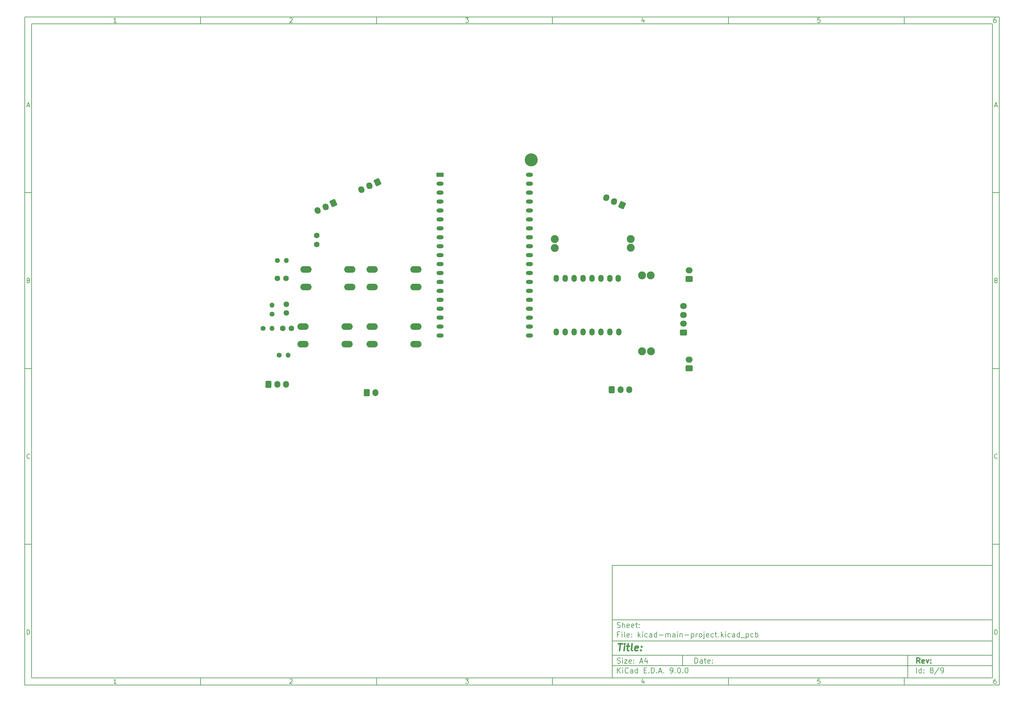
<source format=gbr>
%TF.GenerationSoftware,KiCad,Pcbnew,9.0.0*%
%TF.CreationDate,2025-05-10T22:05:33+07:00*%
%TF.ProjectId,kicad-main-project,6b696361-642d-46d6-9169-6e2d70726f6a,rev?*%
%TF.SameCoordinates,Original*%
%TF.FileFunction,Soldermask,Bot*%
%TF.FilePolarity,Negative*%
%FSLAX46Y46*%
G04 Gerber Fmt 4.6, Leading zero omitted, Abs format (unit mm)*
G04 Created by KiCad (PCBNEW 9.0.0) date 2025-05-10 22:05:33*
%MOMM*%
%LPD*%
G01*
G04 APERTURE LIST*
G04 Aperture macros list*
%AMRoundRect*
0 Rectangle with rounded corners*
0 $1 Rounding radius*
0 $2 $3 $4 $5 $6 $7 $8 $9 X,Y pos of 4 corners*
0 Add a 4 corners polygon primitive as box body*
4,1,4,$2,$3,$4,$5,$6,$7,$8,$9,$2,$3,0*
0 Add four circle primitives for the rounded corners*
1,1,$1+$1,$2,$3*
1,1,$1+$1,$4,$5*
1,1,$1+$1,$6,$7*
1,1,$1+$1,$8,$9*
0 Add four rect primitives between the rounded corners*
20,1,$1+$1,$2,$3,$4,$5,0*
20,1,$1+$1,$4,$5,$6,$7,0*
20,1,$1+$1,$6,$7,$8,$9,0*
20,1,$1+$1,$8,$9,$2,$3,0*%
%AMHorizOval*
0 Thick line with rounded ends*
0 $1 width*
0 $2 $3 position (X,Y) of the first rounded end (center of the circle)*
0 $4 $5 position (X,Y) of the second rounded end (center of the circle)*
0 Add line between two ends*
20,1,$1,$2,$3,$4,$5,0*
0 Add two circle primitives to create the rounded ends*
1,1,$1,$2,$3*
1,1,$1,$4,$5*%
G04 Aperture macros list end*
%ADD10C,0.100000*%
%ADD11C,0.150000*%
%ADD12C,0.300000*%
%ADD13C,0.400000*%
%ADD14RoundRect,0.250000X0.750000X-0.600000X0.750000X0.600000X-0.750000X0.600000X-0.750000X-0.600000X0*%
%ADD15O,2.000000X1.700000*%
%ADD16O,1.950000X1.700000*%
%ADD17RoundRect,0.250000X0.725000X-0.600000X0.725000X0.600000X-0.725000X0.600000X-0.725000X-0.600000X0*%
%ADD18C,3.700000*%
%ADD19O,3.200000X1.900000*%
%ADD20O,1.500000X2.000000*%
%ADD21C,1.600000*%
%ADD22RoundRect,0.250000X-0.600000X-0.725000X0.600000X-0.725000X0.600000X0.725000X-0.600000X0.725000X0*%
%ADD23O,1.700000X1.950000*%
%ADD24C,1.400000*%
%ADD25O,1.400000X1.400000*%
%ADD26C,2.250000*%
%ADD27RoundRect,0.250000X0.237386X0.910644X-0.850183X0.403502X-0.237386X-0.910644X0.850183X-0.403502X0*%
%ADD28HorizOval,1.700000X-0.052827X0.113288X0.052827X-0.113288X0*%
%ADD29RoundRect,0.250000X-0.600000X-0.750000X0.600000X-0.750000X0.600000X0.750000X-0.600000X0.750000X0*%
%ADD30O,1.700000X2.000000*%
%ADD31R,2.000000X1.200000*%
%ADD32O,2.000000X1.200000*%
%ADD33RoundRect,0.250000X0.850183X0.403502X-0.237386X0.910644X-0.850183X-0.403502X0.237386X-0.910644X0*%
%ADD34HorizOval,1.700000X0.052827X0.113288X-0.052827X-0.113288X0*%
G04 APERTURE END LIST*
D10*
D11*
X177002200Y-166007200D02*
X285002200Y-166007200D01*
X285002200Y-198007200D01*
X177002200Y-198007200D01*
X177002200Y-166007200D01*
D10*
D11*
X10000000Y-10000000D02*
X287002200Y-10000000D01*
X287002200Y-200007200D01*
X10000000Y-200007200D01*
X10000000Y-10000000D01*
D10*
D11*
X12000000Y-12000000D02*
X285002200Y-12000000D01*
X285002200Y-198007200D01*
X12000000Y-198007200D01*
X12000000Y-12000000D01*
D10*
D11*
X60000000Y-12000000D02*
X60000000Y-10000000D01*
D10*
D11*
X110000000Y-12000000D02*
X110000000Y-10000000D01*
D10*
D11*
X160000000Y-12000000D02*
X160000000Y-10000000D01*
D10*
D11*
X210000000Y-12000000D02*
X210000000Y-10000000D01*
D10*
D11*
X260000000Y-12000000D02*
X260000000Y-10000000D01*
D10*
D11*
X36089160Y-11593604D02*
X35346303Y-11593604D01*
X35717731Y-11593604D02*
X35717731Y-10293604D01*
X35717731Y-10293604D02*
X35593922Y-10479319D01*
X35593922Y-10479319D02*
X35470112Y-10603128D01*
X35470112Y-10603128D02*
X35346303Y-10665033D01*
D10*
D11*
X85346303Y-10417414D02*
X85408207Y-10355509D01*
X85408207Y-10355509D02*
X85532017Y-10293604D01*
X85532017Y-10293604D02*
X85841541Y-10293604D01*
X85841541Y-10293604D02*
X85965350Y-10355509D01*
X85965350Y-10355509D02*
X86027255Y-10417414D01*
X86027255Y-10417414D02*
X86089160Y-10541223D01*
X86089160Y-10541223D02*
X86089160Y-10665033D01*
X86089160Y-10665033D02*
X86027255Y-10850747D01*
X86027255Y-10850747D02*
X85284398Y-11593604D01*
X85284398Y-11593604D02*
X86089160Y-11593604D01*
D10*
D11*
X135284398Y-10293604D02*
X136089160Y-10293604D01*
X136089160Y-10293604D02*
X135655826Y-10788842D01*
X135655826Y-10788842D02*
X135841541Y-10788842D01*
X135841541Y-10788842D02*
X135965350Y-10850747D01*
X135965350Y-10850747D02*
X136027255Y-10912652D01*
X136027255Y-10912652D02*
X136089160Y-11036461D01*
X136089160Y-11036461D02*
X136089160Y-11345985D01*
X136089160Y-11345985D02*
X136027255Y-11469795D01*
X136027255Y-11469795D02*
X135965350Y-11531700D01*
X135965350Y-11531700D02*
X135841541Y-11593604D01*
X135841541Y-11593604D02*
X135470112Y-11593604D01*
X135470112Y-11593604D02*
X135346303Y-11531700D01*
X135346303Y-11531700D02*
X135284398Y-11469795D01*
D10*
D11*
X185965350Y-10726938D02*
X185965350Y-11593604D01*
X185655826Y-10231700D02*
X185346303Y-11160271D01*
X185346303Y-11160271D02*
X186151064Y-11160271D01*
D10*
D11*
X236027255Y-10293604D02*
X235408207Y-10293604D01*
X235408207Y-10293604D02*
X235346303Y-10912652D01*
X235346303Y-10912652D02*
X235408207Y-10850747D01*
X235408207Y-10850747D02*
X235532017Y-10788842D01*
X235532017Y-10788842D02*
X235841541Y-10788842D01*
X235841541Y-10788842D02*
X235965350Y-10850747D01*
X235965350Y-10850747D02*
X236027255Y-10912652D01*
X236027255Y-10912652D02*
X236089160Y-11036461D01*
X236089160Y-11036461D02*
X236089160Y-11345985D01*
X236089160Y-11345985D02*
X236027255Y-11469795D01*
X236027255Y-11469795D02*
X235965350Y-11531700D01*
X235965350Y-11531700D02*
X235841541Y-11593604D01*
X235841541Y-11593604D02*
X235532017Y-11593604D01*
X235532017Y-11593604D02*
X235408207Y-11531700D01*
X235408207Y-11531700D02*
X235346303Y-11469795D01*
D10*
D11*
X285965350Y-10293604D02*
X285717731Y-10293604D01*
X285717731Y-10293604D02*
X285593922Y-10355509D01*
X285593922Y-10355509D02*
X285532017Y-10417414D01*
X285532017Y-10417414D02*
X285408207Y-10603128D01*
X285408207Y-10603128D02*
X285346303Y-10850747D01*
X285346303Y-10850747D02*
X285346303Y-11345985D01*
X285346303Y-11345985D02*
X285408207Y-11469795D01*
X285408207Y-11469795D02*
X285470112Y-11531700D01*
X285470112Y-11531700D02*
X285593922Y-11593604D01*
X285593922Y-11593604D02*
X285841541Y-11593604D01*
X285841541Y-11593604D02*
X285965350Y-11531700D01*
X285965350Y-11531700D02*
X286027255Y-11469795D01*
X286027255Y-11469795D02*
X286089160Y-11345985D01*
X286089160Y-11345985D02*
X286089160Y-11036461D01*
X286089160Y-11036461D02*
X286027255Y-10912652D01*
X286027255Y-10912652D02*
X285965350Y-10850747D01*
X285965350Y-10850747D02*
X285841541Y-10788842D01*
X285841541Y-10788842D02*
X285593922Y-10788842D01*
X285593922Y-10788842D02*
X285470112Y-10850747D01*
X285470112Y-10850747D02*
X285408207Y-10912652D01*
X285408207Y-10912652D02*
X285346303Y-11036461D01*
D10*
D11*
X60000000Y-198007200D02*
X60000000Y-200007200D01*
D10*
D11*
X110000000Y-198007200D02*
X110000000Y-200007200D01*
D10*
D11*
X160000000Y-198007200D02*
X160000000Y-200007200D01*
D10*
D11*
X210000000Y-198007200D02*
X210000000Y-200007200D01*
D10*
D11*
X260000000Y-198007200D02*
X260000000Y-200007200D01*
D10*
D11*
X36089160Y-199600804D02*
X35346303Y-199600804D01*
X35717731Y-199600804D02*
X35717731Y-198300804D01*
X35717731Y-198300804D02*
X35593922Y-198486519D01*
X35593922Y-198486519D02*
X35470112Y-198610328D01*
X35470112Y-198610328D02*
X35346303Y-198672233D01*
D10*
D11*
X85346303Y-198424614D02*
X85408207Y-198362709D01*
X85408207Y-198362709D02*
X85532017Y-198300804D01*
X85532017Y-198300804D02*
X85841541Y-198300804D01*
X85841541Y-198300804D02*
X85965350Y-198362709D01*
X85965350Y-198362709D02*
X86027255Y-198424614D01*
X86027255Y-198424614D02*
X86089160Y-198548423D01*
X86089160Y-198548423D02*
X86089160Y-198672233D01*
X86089160Y-198672233D02*
X86027255Y-198857947D01*
X86027255Y-198857947D02*
X85284398Y-199600804D01*
X85284398Y-199600804D02*
X86089160Y-199600804D01*
D10*
D11*
X135284398Y-198300804D02*
X136089160Y-198300804D01*
X136089160Y-198300804D02*
X135655826Y-198796042D01*
X135655826Y-198796042D02*
X135841541Y-198796042D01*
X135841541Y-198796042D02*
X135965350Y-198857947D01*
X135965350Y-198857947D02*
X136027255Y-198919852D01*
X136027255Y-198919852D02*
X136089160Y-199043661D01*
X136089160Y-199043661D02*
X136089160Y-199353185D01*
X136089160Y-199353185D02*
X136027255Y-199476995D01*
X136027255Y-199476995D02*
X135965350Y-199538900D01*
X135965350Y-199538900D02*
X135841541Y-199600804D01*
X135841541Y-199600804D02*
X135470112Y-199600804D01*
X135470112Y-199600804D02*
X135346303Y-199538900D01*
X135346303Y-199538900D02*
X135284398Y-199476995D01*
D10*
D11*
X185965350Y-198734138D02*
X185965350Y-199600804D01*
X185655826Y-198238900D02*
X185346303Y-199167471D01*
X185346303Y-199167471D02*
X186151064Y-199167471D01*
D10*
D11*
X236027255Y-198300804D02*
X235408207Y-198300804D01*
X235408207Y-198300804D02*
X235346303Y-198919852D01*
X235346303Y-198919852D02*
X235408207Y-198857947D01*
X235408207Y-198857947D02*
X235532017Y-198796042D01*
X235532017Y-198796042D02*
X235841541Y-198796042D01*
X235841541Y-198796042D02*
X235965350Y-198857947D01*
X235965350Y-198857947D02*
X236027255Y-198919852D01*
X236027255Y-198919852D02*
X236089160Y-199043661D01*
X236089160Y-199043661D02*
X236089160Y-199353185D01*
X236089160Y-199353185D02*
X236027255Y-199476995D01*
X236027255Y-199476995D02*
X235965350Y-199538900D01*
X235965350Y-199538900D02*
X235841541Y-199600804D01*
X235841541Y-199600804D02*
X235532017Y-199600804D01*
X235532017Y-199600804D02*
X235408207Y-199538900D01*
X235408207Y-199538900D02*
X235346303Y-199476995D01*
D10*
D11*
X285965350Y-198300804D02*
X285717731Y-198300804D01*
X285717731Y-198300804D02*
X285593922Y-198362709D01*
X285593922Y-198362709D02*
X285532017Y-198424614D01*
X285532017Y-198424614D02*
X285408207Y-198610328D01*
X285408207Y-198610328D02*
X285346303Y-198857947D01*
X285346303Y-198857947D02*
X285346303Y-199353185D01*
X285346303Y-199353185D02*
X285408207Y-199476995D01*
X285408207Y-199476995D02*
X285470112Y-199538900D01*
X285470112Y-199538900D02*
X285593922Y-199600804D01*
X285593922Y-199600804D02*
X285841541Y-199600804D01*
X285841541Y-199600804D02*
X285965350Y-199538900D01*
X285965350Y-199538900D02*
X286027255Y-199476995D01*
X286027255Y-199476995D02*
X286089160Y-199353185D01*
X286089160Y-199353185D02*
X286089160Y-199043661D01*
X286089160Y-199043661D02*
X286027255Y-198919852D01*
X286027255Y-198919852D02*
X285965350Y-198857947D01*
X285965350Y-198857947D02*
X285841541Y-198796042D01*
X285841541Y-198796042D02*
X285593922Y-198796042D01*
X285593922Y-198796042D02*
X285470112Y-198857947D01*
X285470112Y-198857947D02*
X285408207Y-198919852D01*
X285408207Y-198919852D02*
X285346303Y-199043661D01*
D10*
D11*
X10000000Y-60000000D02*
X12000000Y-60000000D01*
D10*
D11*
X10000000Y-110000000D02*
X12000000Y-110000000D01*
D10*
D11*
X10000000Y-160000000D02*
X12000000Y-160000000D01*
D10*
D11*
X10690476Y-35222176D02*
X11309523Y-35222176D01*
X10566666Y-35593604D02*
X10999999Y-34293604D01*
X10999999Y-34293604D02*
X11433333Y-35593604D01*
D10*
D11*
X11092857Y-84912652D02*
X11278571Y-84974557D01*
X11278571Y-84974557D02*
X11340476Y-85036461D01*
X11340476Y-85036461D02*
X11402380Y-85160271D01*
X11402380Y-85160271D02*
X11402380Y-85345985D01*
X11402380Y-85345985D02*
X11340476Y-85469795D01*
X11340476Y-85469795D02*
X11278571Y-85531700D01*
X11278571Y-85531700D02*
X11154761Y-85593604D01*
X11154761Y-85593604D02*
X10659523Y-85593604D01*
X10659523Y-85593604D02*
X10659523Y-84293604D01*
X10659523Y-84293604D02*
X11092857Y-84293604D01*
X11092857Y-84293604D02*
X11216666Y-84355509D01*
X11216666Y-84355509D02*
X11278571Y-84417414D01*
X11278571Y-84417414D02*
X11340476Y-84541223D01*
X11340476Y-84541223D02*
X11340476Y-84665033D01*
X11340476Y-84665033D02*
X11278571Y-84788842D01*
X11278571Y-84788842D02*
X11216666Y-84850747D01*
X11216666Y-84850747D02*
X11092857Y-84912652D01*
X11092857Y-84912652D02*
X10659523Y-84912652D01*
D10*
D11*
X11402380Y-135469795D02*
X11340476Y-135531700D01*
X11340476Y-135531700D02*
X11154761Y-135593604D01*
X11154761Y-135593604D02*
X11030952Y-135593604D01*
X11030952Y-135593604D02*
X10845238Y-135531700D01*
X10845238Y-135531700D02*
X10721428Y-135407890D01*
X10721428Y-135407890D02*
X10659523Y-135284080D01*
X10659523Y-135284080D02*
X10597619Y-135036461D01*
X10597619Y-135036461D02*
X10597619Y-134850747D01*
X10597619Y-134850747D02*
X10659523Y-134603128D01*
X10659523Y-134603128D02*
X10721428Y-134479319D01*
X10721428Y-134479319D02*
X10845238Y-134355509D01*
X10845238Y-134355509D02*
X11030952Y-134293604D01*
X11030952Y-134293604D02*
X11154761Y-134293604D01*
X11154761Y-134293604D02*
X11340476Y-134355509D01*
X11340476Y-134355509D02*
X11402380Y-134417414D01*
D10*
D11*
X10659523Y-185593604D02*
X10659523Y-184293604D01*
X10659523Y-184293604D02*
X10969047Y-184293604D01*
X10969047Y-184293604D02*
X11154761Y-184355509D01*
X11154761Y-184355509D02*
X11278571Y-184479319D01*
X11278571Y-184479319D02*
X11340476Y-184603128D01*
X11340476Y-184603128D02*
X11402380Y-184850747D01*
X11402380Y-184850747D02*
X11402380Y-185036461D01*
X11402380Y-185036461D02*
X11340476Y-185284080D01*
X11340476Y-185284080D02*
X11278571Y-185407890D01*
X11278571Y-185407890D02*
X11154761Y-185531700D01*
X11154761Y-185531700D02*
X10969047Y-185593604D01*
X10969047Y-185593604D02*
X10659523Y-185593604D01*
D10*
D11*
X287002200Y-60000000D02*
X285002200Y-60000000D01*
D10*
D11*
X287002200Y-110000000D02*
X285002200Y-110000000D01*
D10*
D11*
X287002200Y-160000000D02*
X285002200Y-160000000D01*
D10*
D11*
X285692676Y-35222176D02*
X286311723Y-35222176D01*
X285568866Y-35593604D02*
X286002199Y-34293604D01*
X286002199Y-34293604D02*
X286435533Y-35593604D01*
D10*
D11*
X286095057Y-84912652D02*
X286280771Y-84974557D01*
X286280771Y-84974557D02*
X286342676Y-85036461D01*
X286342676Y-85036461D02*
X286404580Y-85160271D01*
X286404580Y-85160271D02*
X286404580Y-85345985D01*
X286404580Y-85345985D02*
X286342676Y-85469795D01*
X286342676Y-85469795D02*
X286280771Y-85531700D01*
X286280771Y-85531700D02*
X286156961Y-85593604D01*
X286156961Y-85593604D02*
X285661723Y-85593604D01*
X285661723Y-85593604D02*
X285661723Y-84293604D01*
X285661723Y-84293604D02*
X286095057Y-84293604D01*
X286095057Y-84293604D02*
X286218866Y-84355509D01*
X286218866Y-84355509D02*
X286280771Y-84417414D01*
X286280771Y-84417414D02*
X286342676Y-84541223D01*
X286342676Y-84541223D02*
X286342676Y-84665033D01*
X286342676Y-84665033D02*
X286280771Y-84788842D01*
X286280771Y-84788842D02*
X286218866Y-84850747D01*
X286218866Y-84850747D02*
X286095057Y-84912652D01*
X286095057Y-84912652D02*
X285661723Y-84912652D01*
D10*
D11*
X286404580Y-135469795D02*
X286342676Y-135531700D01*
X286342676Y-135531700D02*
X286156961Y-135593604D01*
X286156961Y-135593604D02*
X286033152Y-135593604D01*
X286033152Y-135593604D02*
X285847438Y-135531700D01*
X285847438Y-135531700D02*
X285723628Y-135407890D01*
X285723628Y-135407890D02*
X285661723Y-135284080D01*
X285661723Y-135284080D02*
X285599819Y-135036461D01*
X285599819Y-135036461D02*
X285599819Y-134850747D01*
X285599819Y-134850747D02*
X285661723Y-134603128D01*
X285661723Y-134603128D02*
X285723628Y-134479319D01*
X285723628Y-134479319D02*
X285847438Y-134355509D01*
X285847438Y-134355509D02*
X286033152Y-134293604D01*
X286033152Y-134293604D02*
X286156961Y-134293604D01*
X286156961Y-134293604D02*
X286342676Y-134355509D01*
X286342676Y-134355509D02*
X286404580Y-134417414D01*
D10*
D11*
X285661723Y-185593604D02*
X285661723Y-184293604D01*
X285661723Y-184293604D02*
X285971247Y-184293604D01*
X285971247Y-184293604D02*
X286156961Y-184355509D01*
X286156961Y-184355509D02*
X286280771Y-184479319D01*
X286280771Y-184479319D02*
X286342676Y-184603128D01*
X286342676Y-184603128D02*
X286404580Y-184850747D01*
X286404580Y-184850747D02*
X286404580Y-185036461D01*
X286404580Y-185036461D02*
X286342676Y-185284080D01*
X286342676Y-185284080D02*
X286280771Y-185407890D01*
X286280771Y-185407890D02*
X286156961Y-185531700D01*
X286156961Y-185531700D02*
X285971247Y-185593604D01*
X285971247Y-185593604D02*
X285661723Y-185593604D01*
D10*
D11*
X200458026Y-193793328D02*
X200458026Y-192293328D01*
X200458026Y-192293328D02*
X200815169Y-192293328D01*
X200815169Y-192293328D02*
X201029455Y-192364757D01*
X201029455Y-192364757D02*
X201172312Y-192507614D01*
X201172312Y-192507614D02*
X201243741Y-192650471D01*
X201243741Y-192650471D02*
X201315169Y-192936185D01*
X201315169Y-192936185D02*
X201315169Y-193150471D01*
X201315169Y-193150471D02*
X201243741Y-193436185D01*
X201243741Y-193436185D02*
X201172312Y-193579042D01*
X201172312Y-193579042D02*
X201029455Y-193721900D01*
X201029455Y-193721900D02*
X200815169Y-193793328D01*
X200815169Y-193793328D02*
X200458026Y-193793328D01*
X202600884Y-193793328D02*
X202600884Y-193007614D01*
X202600884Y-193007614D02*
X202529455Y-192864757D01*
X202529455Y-192864757D02*
X202386598Y-192793328D01*
X202386598Y-192793328D02*
X202100884Y-192793328D01*
X202100884Y-192793328D02*
X201958026Y-192864757D01*
X202600884Y-193721900D02*
X202458026Y-193793328D01*
X202458026Y-193793328D02*
X202100884Y-193793328D01*
X202100884Y-193793328D02*
X201958026Y-193721900D01*
X201958026Y-193721900D02*
X201886598Y-193579042D01*
X201886598Y-193579042D02*
X201886598Y-193436185D01*
X201886598Y-193436185D02*
X201958026Y-193293328D01*
X201958026Y-193293328D02*
X202100884Y-193221900D01*
X202100884Y-193221900D02*
X202458026Y-193221900D01*
X202458026Y-193221900D02*
X202600884Y-193150471D01*
X203100884Y-192793328D02*
X203672312Y-192793328D01*
X203315169Y-192293328D02*
X203315169Y-193579042D01*
X203315169Y-193579042D02*
X203386598Y-193721900D01*
X203386598Y-193721900D02*
X203529455Y-193793328D01*
X203529455Y-193793328D02*
X203672312Y-193793328D01*
X204743741Y-193721900D02*
X204600884Y-193793328D01*
X204600884Y-193793328D02*
X204315170Y-193793328D01*
X204315170Y-193793328D02*
X204172312Y-193721900D01*
X204172312Y-193721900D02*
X204100884Y-193579042D01*
X204100884Y-193579042D02*
X204100884Y-193007614D01*
X204100884Y-193007614D02*
X204172312Y-192864757D01*
X204172312Y-192864757D02*
X204315170Y-192793328D01*
X204315170Y-192793328D02*
X204600884Y-192793328D01*
X204600884Y-192793328D02*
X204743741Y-192864757D01*
X204743741Y-192864757D02*
X204815170Y-193007614D01*
X204815170Y-193007614D02*
X204815170Y-193150471D01*
X204815170Y-193150471D02*
X204100884Y-193293328D01*
X205458026Y-193650471D02*
X205529455Y-193721900D01*
X205529455Y-193721900D02*
X205458026Y-193793328D01*
X205458026Y-193793328D02*
X205386598Y-193721900D01*
X205386598Y-193721900D02*
X205458026Y-193650471D01*
X205458026Y-193650471D02*
X205458026Y-193793328D01*
X205458026Y-192864757D02*
X205529455Y-192936185D01*
X205529455Y-192936185D02*
X205458026Y-193007614D01*
X205458026Y-193007614D02*
X205386598Y-192936185D01*
X205386598Y-192936185D02*
X205458026Y-192864757D01*
X205458026Y-192864757D02*
X205458026Y-193007614D01*
D10*
D11*
X177002200Y-194507200D02*
X285002200Y-194507200D01*
D10*
D11*
X178458026Y-196593328D02*
X178458026Y-195093328D01*
X179315169Y-196593328D02*
X178672312Y-195736185D01*
X179315169Y-195093328D02*
X178458026Y-195950471D01*
X179958026Y-196593328D02*
X179958026Y-195593328D01*
X179958026Y-195093328D02*
X179886598Y-195164757D01*
X179886598Y-195164757D02*
X179958026Y-195236185D01*
X179958026Y-195236185D02*
X180029455Y-195164757D01*
X180029455Y-195164757D02*
X179958026Y-195093328D01*
X179958026Y-195093328D02*
X179958026Y-195236185D01*
X181529455Y-196450471D02*
X181458027Y-196521900D01*
X181458027Y-196521900D02*
X181243741Y-196593328D01*
X181243741Y-196593328D02*
X181100884Y-196593328D01*
X181100884Y-196593328D02*
X180886598Y-196521900D01*
X180886598Y-196521900D02*
X180743741Y-196379042D01*
X180743741Y-196379042D02*
X180672312Y-196236185D01*
X180672312Y-196236185D02*
X180600884Y-195950471D01*
X180600884Y-195950471D02*
X180600884Y-195736185D01*
X180600884Y-195736185D02*
X180672312Y-195450471D01*
X180672312Y-195450471D02*
X180743741Y-195307614D01*
X180743741Y-195307614D02*
X180886598Y-195164757D01*
X180886598Y-195164757D02*
X181100884Y-195093328D01*
X181100884Y-195093328D02*
X181243741Y-195093328D01*
X181243741Y-195093328D02*
X181458027Y-195164757D01*
X181458027Y-195164757D02*
X181529455Y-195236185D01*
X182815170Y-196593328D02*
X182815170Y-195807614D01*
X182815170Y-195807614D02*
X182743741Y-195664757D01*
X182743741Y-195664757D02*
X182600884Y-195593328D01*
X182600884Y-195593328D02*
X182315170Y-195593328D01*
X182315170Y-195593328D02*
X182172312Y-195664757D01*
X182815170Y-196521900D02*
X182672312Y-196593328D01*
X182672312Y-196593328D02*
X182315170Y-196593328D01*
X182315170Y-196593328D02*
X182172312Y-196521900D01*
X182172312Y-196521900D02*
X182100884Y-196379042D01*
X182100884Y-196379042D02*
X182100884Y-196236185D01*
X182100884Y-196236185D02*
X182172312Y-196093328D01*
X182172312Y-196093328D02*
X182315170Y-196021900D01*
X182315170Y-196021900D02*
X182672312Y-196021900D01*
X182672312Y-196021900D02*
X182815170Y-195950471D01*
X184172313Y-196593328D02*
X184172313Y-195093328D01*
X184172313Y-196521900D02*
X184029455Y-196593328D01*
X184029455Y-196593328D02*
X183743741Y-196593328D01*
X183743741Y-196593328D02*
X183600884Y-196521900D01*
X183600884Y-196521900D02*
X183529455Y-196450471D01*
X183529455Y-196450471D02*
X183458027Y-196307614D01*
X183458027Y-196307614D02*
X183458027Y-195879042D01*
X183458027Y-195879042D02*
X183529455Y-195736185D01*
X183529455Y-195736185D02*
X183600884Y-195664757D01*
X183600884Y-195664757D02*
X183743741Y-195593328D01*
X183743741Y-195593328D02*
X184029455Y-195593328D01*
X184029455Y-195593328D02*
X184172313Y-195664757D01*
X186029455Y-195807614D02*
X186529455Y-195807614D01*
X186743741Y-196593328D02*
X186029455Y-196593328D01*
X186029455Y-196593328D02*
X186029455Y-195093328D01*
X186029455Y-195093328D02*
X186743741Y-195093328D01*
X187386598Y-196450471D02*
X187458027Y-196521900D01*
X187458027Y-196521900D02*
X187386598Y-196593328D01*
X187386598Y-196593328D02*
X187315170Y-196521900D01*
X187315170Y-196521900D02*
X187386598Y-196450471D01*
X187386598Y-196450471D02*
X187386598Y-196593328D01*
X188100884Y-196593328D02*
X188100884Y-195093328D01*
X188100884Y-195093328D02*
X188458027Y-195093328D01*
X188458027Y-195093328D02*
X188672313Y-195164757D01*
X188672313Y-195164757D02*
X188815170Y-195307614D01*
X188815170Y-195307614D02*
X188886599Y-195450471D01*
X188886599Y-195450471D02*
X188958027Y-195736185D01*
X188958027Y-195736185D02*
X188958027Y-195950471D01*
X188958027Y-195950471D02*
X188886599Y-196236185D01*
X188886599Y-196236185D02*
X188815170Y-196379042D01*
X188815170Y-196379042D02*
X188672313Y-196521900D01*
X188672313Y-196521900D02*
X188458027Y-196593328D01*
X188458027Y-196593328D02*
X188100884Y-196593328D01*
X189600884Y-196450471D02*
X189672313Y-196521900D01*
X189672313Y-196521900D02*
X189600884Y-196593328D01*
X189600884Y-196593328D02*
X189529456Y-196521900D01*
X189529456Y-196521900D02*
X189600884Y-196450471D01*
X189600884Y-196450471D02*
X189600884Y-196593328D01*
X190243742Y-196164757D02*
X190958028Y-196164757D01*
X190100885Y-196593328D02*
X190600885Y-195093328D01*
X190600885Y-195093328D02*
X191100885Y-196593328D01*
X191600884Y-196450471D02*
X191672313Y-196521900D01*
X191672313Y-196521900D02*
X191600884Y-196593328D01*
X191600884Y-196593328D02*
X191529456Y-196521900D01*
X191529456Y-196521900D02*
X191600884Y-196450471D01*
X191600884Y-196450471D02*
X191600884Y-196593328D01*
X193529456Y-196593328D02*
X193815170Y-196593328D01*
X193815170Y-196593328D02*
X193958027Y-196521900D01*
X193958027Y-196521900D02*
X194029456Y-196450471D01*
X194029456Y-196450471D02*
X194172313Y-196236185D01*
X194172313Y-196236185D02*
X194243742Y-195950471D01*
X194243742Y-195950471D02*
X194243742Y-195379042D01*
X194243742Y-195379042D02*
X194172313Y-195236185D01*
X194172313Y-195236185D02*
X194100885Y-195164757D01*
X194100885Y-195164757D02*
X193958027Y-195093328D01*
X193958027Y-195093328D02*
X193672313Y-195093328D01*
X193672313Y-195093328D02*
X193529456Y-195164757D01*
X193529456Y-195164757D02*
X193458027Y-195236185D01*
X193458027Y-195236185D02*
X193386599Y-195379042D01*
X193386599Y-195379042D02*
X193386599Y-195736185D01*
X193386599Y-195736185D02*
X193458027Y-195879042D01*
X193458027Y-195879042D02*
X193529456Y-195950471D01*
X193529456Y-195950471D02*
X193672313Y-196021900D01*
X193672313Y-196021900D02*
X193958027Y-196021900D01*
X193958027Y-196021900D02*
X194100885Y-195950471D01*
X194100885Y-195950471D02*
X194172313Y-195879042D01*
X194172313Y-195879042D02*
X194243742Y-195736185D01*
X194886598Y-196450471D02*
X194958027Y-196521900D01*
X194958027Y-196521900D02*
X194886598Y-196593328D01*
X194886598Y-196593328D02*
X194815170Y-196521900D01*
X194815170Y-196521900D02*
X194886598Y-196450471D01*
X194886598Y-196450471D02*
X194886598Y-196593328D01*
X195886599Y-195093328D02*
X196029456Y-195093328D01*
X196029456Y-195093328D02*
X196172313Y-195164757D01*
X196172313Y-195164757D02*
X196243742Y-195236185D01*
X196243742Y-195236185D02*
X196315170Y-195379042D01*
X196315170Y-195379042D02*
X196386599Y-195664757D01*
X196386599Y-195664757D02*
X196386599Y-196021900D01*
X196386599Y-196021900D02*
X196315170Y-196307614D01*
X196315170Y-196307614D02*
X196243742Y-196450471D01*
X196243742Y-196450471D02*
X196172313Y-196521900D01*
X196172313Y-196521900D02*
X196029456Y-196593328D01*
X196029456Y-196593328D02*
X195886599Y-196593328D01*
X195886599Y-196593328D02*
X195743742Y-196521900D01*
X195743742Y-196521900D02*
X195672313Y-196450471D01*
X195672313Y-196450471D02*
X195600884Y-196307614D01*
X195600884Y-196307614D02*
X195529456Y-196021900D01*
X195529456Y-196021900D02*
X195529456Y-195664757D01*
X195529456Y-195664757D02*
X195600884Y-195379042D01*
X195600884Y-195379042D02*
X195672313Y-195236185D01*
X195672313Y-195236185D02*
X195743742Y-195164757D01*
X195743742Y-195164757D02*
X195886599Y-195093328D01*
X197029455Y-196450471D02*
X197100884Y-196521900D01*
X197100884Y-196521900D02*
X197029455Y-196593328D01*
X197029455Y-196593328D02*
X196958027Y-196521900D01*
X196958027Y-196521900D02*
X197029455Y-196450471D01*
X197029455Y-196450471D02*
X197029455Y-196593328D01*
X198029456Y-195093328D02*
X198172313Y-195093328D01*
X198172313Y-195093328D02*
X198315170Y-195164757D01*
X198315170Y-195164757D02*
X198386599Y-195236185D01*
X198386599Y-195236185D02*
X198458027Y-195379042D01*
X198458027Y-195379042D02*
X198529456Y-195664757D01*
X198529456Y-195664757D02*
X198529456Y-196021900D01*
X198529456Y-196021900D02*
X198458027Y-196307614D01*
X198458027Y-196307614D02*
X198386599Y-196450471D01*
X198386599Y-196450471D02*
X198315170Y-196521900D01*
X198315170Y-196521900D02*
X198172313Y-196593328D01*
X198172313Y-196593328D02*
X198029456Y-196593328D01*
X198029456Y-196593328D02*
X197886599Y-196521900D01*
X197886599Y-196521900D02*
X197815170Y-196450471D01*
X197815170Y-196450471D02*
X197743741Y-196307614D01*
X197743741Y-196307614D02*
X197672313Y-196021900D01*
X197672313Y-196021900D02*
X197672313Y-195664757D01*
X197672313Y-195664757D02*
X197743741Y-195379042D01*
X197743741Y-195379042D02*
X197815170Y-195236185D01*
X197815170Y-195236185D02*
X197886599Y-195164757D01*
X197886599Y-195164757D02*
X198029456Y-195093328D01*
D10*
D11*
X177002200Y-191507200D02*
X285002200Y-191507200D01*
D10*
D12*
X264413853Y-193785528D02*
X263913853Y-193071242D01*
X263556710Y-193785528D02*
X263556710Y-192285528D01*
X263556710Y-192285528D02*
X264128139Y-192285528D01*
X264128139Y-192285528D02*
X264270996Y-192356957D01*
X264270996Y-192356957D02*
X264342425Y-192428385D01*
X264342425Y-192428385D02*
X264413853Y-192571242D01*
X264413853Y-192571242D02*
X264413853Y-192785528D01*
X264413853Y-192785528D02*
X264342425Y-192928385D01*
X264342425Y-192928385D02*
X264270996Y-192999814D01*
X264270996Y-192999814D02*
X264128139Y-193071242D01*
X264128139Y-193071242D02*
X263556710Y-193071242D01*
X265628139Y-193714100D02*
X265485282Y-193785528D01*
X265485282Y-193785528D02*
X265199568Y-193785528D01*
X265199568Y-193785528D02*
X265056710Y-193714100D01*
X265056710Y-193714100D02*
X264985282Y-193571242D01*
X264985282Y-193571242D02*
X264985282Y-192999814D01*
X264985282Y-192999814D02*
X265056710Y-192856957D01*
X265056710Y-192856957D02*
X265199568Y-192785528D01*
X265199568Y-192785528D02*
X265485282Y-192785528D01*
X265485282Y-192785528D02*
X265628139Y-192856957D01*
X265628139Y-192856957D02*
X265699568Y-192999814D01*
X265699568Y-192999814D02*
X265699568Y-193142671D01*
X265699568Y-193142671D02*
X264985282Y-193285528D01*
X266199567Y-192785528D02*
X266556710Y-193785528D01*
X266556710Y-193785528D02*
X266913853Y-192785528D01*
X267485281Y-193642671D02*
X267556710Y-193714100D01*
X267556710Y-193714100D02*
X267485281Y-193785528D01*
X267485281Y-193785528D02*
X267413853Y-193714100D01*
X267413853Y-193714100D02*
X267485281Y-193642671D01*
X267485281Y-193642671D02*
X267485281Y-193785528D01*
X267485281Y-192856957D02*
X267556710Y-192928385D01*
X267556710Y-192928385D02*
X267485281Y-192999814D01*
X267485281Y-192999814D02*
X267413853Y-192928385D01*
X267413853Y-192928385D02*
X267485281Y-192856957D01*
X267485281Y-192856957D02*
X267485281Y-192999814D01*
D10*
D11*
X178386598Y-193721900D02*
X178600884Y-193793328D01*
X178600884Y-193793328D02*
X178958026Y-193793328D01*
X178958026Y-193793328D02*
X179100884Y-193721900D01*
X179100884Y-193721900D02*
X179172312Y-193650471D01*
X179172312Y-193650471D02*
X179243741Y-193507614D01*
X179243741Y-193507614D02*
X179243741Y-193364757D01*
X179243741Y-193364757D02*
X179172312Y-193221900D01*
X179172312Y-193221900D02*
X179100884Y-193150471D01*
X179100884Y-193150471D02*
X178958026Y-193079042D01*
X178958026Y-193079042D02*
X178672312Y-193007614D01*
X178672312Y-193007614D02*
X178529455Y-192936185D01*
X178529455Y-192936185D02*
X178458026Y-192864757D01*
X178458026Y-192864757D02*
X178386598Y-192721900D01*
X178386598Y-192721900D02*
X178386598Y-192579042D01*
X178386598Y-192579042D02*
X178458026Y-192436185D01*
X178458026Y-192436185D02*
X178529455Y-192364757D01*
X178529455Y-192364757D02*
X178672312Y-192293328D01*
X178672312Y-192293328D02*
X179029455Y-192293328D01*
X179029455Y-192293328D02*
X179243741Y-192364757D01*
X179886597Y-193793328D02*
X179886597Y-192793328D01*
X179886597Y-192293328D02*
X179815169Y-192364757D01*
X179815169Y-192364757D02*
X179886597Y-192436185D01*
X179886597Y-192436185D02*
X179958026Y-192364757D01*
X179958026Y-192364757D02*
X179886597Y-192293328D01*
X179886597Y-192293328D02*
X179886597Y-192436185D01*
X180458026Y-192793328D02*
X181243741Y-192793328D01*
X181243741Y-192793328D02*
X180458026Y-193793328D01*
X180458026Y-193793328D02*
X181243741Y-193793328D01*
X182386598Y-193721900D02*
X182243741Y-193793328D01*
X182243741Y-193793328D02*
X181958027Y-193793328D01*
X181958027Y-193793328D02*
X181815169Y-193721900D01*
X181815169Y-193721900D02*
X181743741Y-193579042D01*
X181743741Y-193579042D02*
X181743741Y-193007614D01*
X181743741Y-193007614D02*
X181815169Y-192864757D01*
X181815169Y-192864757D02*
X181958027Y-192793328D01*
X181958027Y-192793328D02*
X182243741Y-192793328D01*
X182243741Y-192793328D02*
X182386598Y-192864757D01*
X182386598Y-192864757D02*
X182458027Y-193007614D01*
X182458027Y-193007614D02*
X182458027Y-193150471D01*
X182458027Y-193150471D02*
X181743741Y-193293328D01*
X183100883Y-193650471D02*
X183172312Y-193721900D01*
X183172312Y-193721900D02*
X183100883Y-193793328D01*
X183100883Y-193793328D02*
X183029455Y-193721900D01*
X183029455Y-193721900D02*
X183100883Y-193650471D01*
X183100883Y-193650471D02*
X183100883Y-193793328D01*
X183100883Y-192864757D02*
X183172312Y-192936185D01*
X183172312Y-192936185D02*
X183100883Y-193007614D01*
X183100883Y-193007614D02*
X183029455Y-192936185D01*
X183029455Y-192936185D02*
X183100883Y-192864757D01*
X183100883Y-192864757D02*
X183100883Y-193007614D01*
X184886598Y-193364757D02*
X185600884Y-193364757D01*
X184743741Y-193793328D02*
X185243741Y-192293328D01*
X185243741Y-192293328D02*
X185743741Y-193793328D01*
X186886598Y-192793328D02*
X186886598Y-193793328D01*
X186529455Y-192221900D02*
X186172312Y-193293328D01*
X186172312Y-193293328D02*
X187100883Y-193293328D01*
D10*
D11*
X263458026Y-196593328D02*
X263458026Y-195093328D01*
X264815170Y-196593328D02*
X264815170Y-195093328D01*
X264815170Y-196521900D02*
X264672312Y-196593328D01*
X264672312Y-196593328D02*
X264386598Y-196593328D01*
X264386598Y-196593328D02*
X264243741Y-196521900D01*
X264243741Y-196521900D02*
X264172312Y-196450471D01*
X264172312Y-196450471D02*
X264100884Y-196307614D01*
X264100884Y-196307614D02*
X264100884Y-195879042D01*
X264100884Y-195879042D02*
X264172312Y-195736185D01*
X264172312Y-195736185D02*
X264243741Y-195664757D01*
X264243741Y-195664757D02*
X264386598Y-195593328D01*
X264386598Y-195593328D02*
X264672312Y-195593328D01*
X264672312Y-195593328D02*
X264815170Y-195664757D01*
X265529455Y-196450471D02*
X265600884Y-196521900D01*
X265600884Y-196521900D02*
X265529455Y-196593328D01*
X265529455Y-196593328D02*
X265458027Y-196521900D01*
X265458027Y-196521900D02*
X265529455Y-196450471D01*
X265529455Y-196450471D02*
X265529455Y-196593328D01*
X265529455Y-195664757D02*
X265600884Y-195736185D01*
X265600884Y-195736185D02*
X265529455Y-195807614D01*
X265529455Y-195807614D02*
X265458027Y-195736185D01*
X265458027Y-195736185D02*
X265529455Y-195664757D01*
X265529455Y-195664757D02*
X265529455Y-195807614D01*
X267600884Y-195736185D02*
X267458027Y-195664757D01*
X267458027Y-195664757D02*
X267386598Y-195593328D01*
X267386598Y-195593328D02*
X267315170Y-195450471D01*
X267315170Y-195450471D02*
X267315170Y-195379042D01*
X267315170Y-195379042D02*
X267386598Y-195236185D01*
X267386598Y-195236185D02*
X267458027Y-195164757D01*
X267458027Y-195164757D02*
X267600884Y-195093328D01*
X267600884Y-195093328D02*
X267886598Y-195093328D01*
X267886598Y-195093328D02*
X268029456Y-195164757D01*
X268029456Y-195164757D02*
X268100884Y-195236185D01*
X268100884Y-195236185D02*
X268172313Y-195379042D01*
X268172313Y-195379042D02*
X268172313Y-195450471D01*
X268172313Y-195450471D02*
X268100884Y-195593328D01*
X268100884Y-195593328D02*
X268029456Y-195664757D01*
X268029456Y-195664757D02*
X267886598Y-195736185D01*
X267886598Y-195736185D02*
X267600884Y-195736185D01*
X267600884Y-195736185D02*
X267458027Y-195807614D01*
X267458027Y-195807614D02*
X267386598Y-195879042D01*
X267386598Y-195879042D02*
X267315170Y-196021900D01*
X267315170Y-196021900D02*
X267315170Y-196307614D01*
X267315170Y-196307614D02*
X267386598Y-196450471D01*
X267386598Y-196450471D02*
X267458027Y-196521900D01*
X267458027Y-196521900D02*
X267600884Y-196593328D01*
X267600884Y-196593328D02*
X267886598Y-196593328D01*
X267886598Y-196593328D02*
X268029456Y-196521900D01*
X268029456Y-196521900D02*
X268100884Y-196450471D01*
X268100884Y-196450471D02*
X268172313Y-196307614D01*
X268172313Y-196307614D02*
X268172313Y-196021900D01*
X268172313Y-196021900D02*
X268100884Y-195879042D01*
X268100884Y-195879042D02*
X268029456Y-195807614D01*
X268029456Y-195807614D02*
X267886598Y-195736185D01*
X269886598Y-195021900D02*
X268600884Y-196950471D01*
X270458027Y-196593328D02*
X270743741Y-196593328D01*
X270743741Y-196593328D02*
X270886598Y-196521900D01*
X270886598Y-196521900D02*
X270958027Y-196450471D01*
X270958027Y-196450471D02*
X271100884Y-196236185D01*
X271100884Y-196236185D02*
X271172313Y-195950471D01*
X271172313Y-195950471D02*
X271172313Y-195379042D01*
X271172313Y-195379042D02*
X271100884Y-195236185D01*
X271100884Y-195236185D02*
X271029456Y-195164757D01*
X271029456Y-195164757D02*
X270886598Y-195093328D01*
X270886598Y-195093328D02*
X270600884Y-195093328D01*
X270600884Y-195093328D02*
X270458027Y-195164757D01*
X270458027Y-195164757D02*
X270386598Y-195236185D01*
X270386598Y-195236185D02*
X270315170Y-195379042D01*
X270315170Y-195379042D02*
X270315170Y-195736185D01*
X270315170Y-195736185D02*
X270386598Y-195879042D01*
X270386598Y-195879042D02*
X270458027Y-195950471D01*
X270458027Y-195950471D02*
X270600884Y-196021900D01*
X270600884Y-196021900D02*
X270886598Y-196021900D01*
X270886598Y-196021900D02*
X271029456Y-195950471D01*
X271029456Y-195950471D02*
X271100884Y-195879042D01*
X271100884Y-195879042D02*
X271172313Y-195736185D01*
D10*
D11*
X177002200Y-187507200D02*
X285002200Y-187507200D01*
D10*
D13*
X178693928Y-188211638D02*
X179836785Y-188211638D01*
X179015357Y-190211638D02*
X179265357Y-188211638D01*
X180253452Y-190211638D02*
X180420119Y-188878304D01*
X180503452Y-188211638D02*
X180396309Y-188306876D01*
X180396309Y-188306876D02*
X180479643Y-188402114D01*
X180479643Y-188402114D02*
X180586786Y-188306876D01*
X180586786Y-188306876D02*
X180503452Y-188211638D01*
X180503452Y-188211638D02*
X180479643Y-188402114D01*
X181086786Y-188878304D02*
X181848690Y-188878304D01*
X181455833Y-188211638D02*
X181241548Y-189925923D01*
X181241548Y-189925923D02*
X181312976Y-190116400D01*
X181312976Y-190116400D02*
X181491548Y-190211638D01*
X181491548Y-190211638D02*
X181682024Y-190211638D01*
X182634405Y-190211638D02*
X182455833Y-190116400D01*
X182455833Y-190116400D02*
X182384405Y-189925923D01*
X182384405Y-189925923D02*
X182598690Y-188211638D01*
X184170119Y-190116400D02*
X183967738Y-190211638D01*
X183967738Y-190211638D02*
X183586785Y-190211638D01*
X183586785Y-190211638D02*
X183408214Y-190116400D01*
X183408214Y-190116400D02*
X183336785Y-189925923D01*
X183336785Y-189925923D02*
X183432024Y-189164019D01*
X183432024Y-189164019D02*
X183551071Y-188973542D01*
X183551071Y-188973542D02*
X183753452Y-188878304D01*
X183753452Y-188878304D02*
X184134404Y-188878304D01*
X184134404Y-188878304D02*
X184312976Y-188973542D01*
X184312976Y-188973542D02*
X184384404Y-189164019D01*
X184384404Y-189164019D02*
X184360595Y-189354495D01*
X184360595Y-189354495D02*
X183384404Y-189544971D01*
X185134405Y-190021161D02*
X185217738Y-190116400D01*
X185217738Y-190116400D02*
X185110595Y-190211638D01*
X185110595Y-190211638D02*
X185027262Y-190116400D01*
X185027262Y-190116400D02*
X185134405Y-190021161D01*
X185134405Y-190021161D02*
X185110595Y-190211638D01*
X185265357Y-188973542D02*
X185348690Y-189068780D01*
X185348690Y-189068780D02*
X185241548Y-189164019D01*
X185241548Y-189164019D02*
X185158214Y-189068780D01*
X185158214Y-189068780D02*
X185265357Y-188973542D01*
X185265357Y-188973542D02*
X185241548Y-189164019D01*
D10*
D11*
X178958026Y-185607614D02*
X178458026Y-185607614D01*
X178458026Y-186393328D02*
X178458026Y-184893328D01*
X178458026Y-184893328D02*
X179172312Y-184893328D01*
X179743740Y-186393328D02*
X179743740Y-185393328D01*
X179743740Y-184893328D02*
X179672312Y-184964757D01*
X179672312Y-184964757D02*
X179743740Y-185036185D01*
X179743740Y-185036185D02*
X179815169Y-184964757D01*
X179815169Y-184964757D02*
X179743740Y-184893328D01*
X179743740Y-184893328D02*
X179743740Y-185036185D01*
X180672312Y-186393328D02*
X180529455Y-186321900D01*
X180529455Y-186321900D02*
X180458026Y-186179042D01*
X180458026Y-186179042D02*
X180458026Y-184893328D01*
X181815169Y-186321900D02*
X181672312Y-186393328D01*
X181672312Y-186393328D02*
X181386598Y-186393328D01*
X181386598Y-186393328D02*
X181243740Y-186321900D01*
X181243740Y-186321900D02*
X181172312Y-186179042D01*
X181172312Y-186179042D02*
X181172312Y-185607614D01*
X181172312Y-185607614D02*
X181243740Y-185464757D01*
X181243740Y-185464757D02*
X181386598Y-185393328D01*
X181386598Y-185393328D02*
X181672312Y-185393328D01*
X181672312Y-185393328D02*
X181815169Y-185464757D01*
X181815169Y-185464757D02*
X181886598Y-185607614D01*
X181886598Y-185607614D02*
X181886598Y-185750471D01*
X181886598Y-185750471D02*
X181172312Y-185893328D01*
X182529454Y-186250471D02*
X182600883Y-186321900D01*
X182600883Y-186321900D02*
X182529454Y-186393328D01*
X182529454Y-186393328D02*
X182458026Y-186321900D01*
X182458026Y-186321900D02*
X182529454Y-186250471D01*
X182529454Y-186250471D02*
X182529454Y-186393328D01*
X182529454Y-185464757D02*
X182600883Y-185536185D01*
X182600883Y-185536185D02*
X182529454Y-185607614D01*
X182529454Y-185607614D02*
X182458026Y-185536185D01*
X182458026Y-185536185D02*
X182529454Y-185464757D01*
X182529454Y-185464757D02*
X182529454Y-185607614D01*
X184386597Y-186393328D02*
X184386597Y-184893328D01*
X184529455Y-185821900D02*
X184958026Y-186393328D01*
X184958026Y-185393328D02*
X184386597Y-185964757D01*
X185600883Y-186393328D02*
X185600883Y-185393328D01*
X185600883Y-184893328D02*
X185529455Y-184964757D01*
X185529455Y-184964757D02*
X185600883Y-185036185D01*
X185600883Y-185036185D02*
X185672312Y-184964757D01*
X185672312Y-184964757D02*
X185600883Y-184893328D01*
X185600883Y-184893328D02*
X185600883Y-185036185D01*
X186958027Y-186321900D02*
X186815169Y-186393328D01*
X186815169Y-186393328D02*
X186529455Y-186393328D01*
X186529455Y-186393328D02*
X186386598Y-186321900D01*
X186386598Y-186321900D02*
X186315169Y-186250471D01*
X186315169Y-186250471D02*
X186243741Y-186107614D01*
X186243741Y-186107614D02*
X186243741Y-185679042D01*
X186243741Y-185679042D02*
X186315169Y-185536185D01*
X186315169Y-185536185D02*
X186386598Y-185464757D01*
X186386598Y-185464757D02*
X186529455Y-185393328D01*
X186529455Y-185393328D02*
X186815169Y-185393328D01*
X186815169Y-185393328D02*
X186958027Y-185464757D01*
X188243741Y-186393328D02*
X188243741Y-185607614D01*
X188243741Y-185607614D02*
X188172312Y-185464757D01*
X188172312Y-185464757D02*
X188029455Y-185393328D01*
X188029455Y-185393328D02*
X187743741Y-185393328D01*
X187743741Y-185393328D02*
X187600883Y-185464757D01*
X188243741Y-186321900D02*
X188100883Y-186393328D01*
X188100883Y-186393328D02*
X187743741Y-186393328D01*
X187743741Y-186393328D02*
X187600883Y-186321900D01*
X187600883Y-186321900D02*
X187529455Y-186179042D01*
X187529455Y-186179042D02*
X187529455Y-186036185D01*
X187529455Y-186036185D02*
X187600883Y-185893328D01*
X187600883Y-185893328D02*
X187743741Y-185821900D01*
X187743741Y-185821900D02*
X188100883Y-185821900D01*
X188100883Y-185821900D02*
X188243741Y-185750471D01*
X189600884Y-186393328D02*
X189600884Y-184893328D01*
X189600884Y-186321900D02*
X189458026Y-186393328D01*
X189458026Y-186393328D02*
X189172312Y-186393328D01*
X189172312Y-186393328D02*
X189029455Y-186321900D01*
X189029455Y-186321900D02*
X188958026Y-186250471D01*
X188958026Y-186250471D02*
X188886598Y-186107614D01*
X188886598Y-186107614D02*
X188886598Y-185679042D01*
X188886598Y-185679042D02*
X188958026Y-185536185D01*
X188958026Y-185536185D02*
X189029455Y-185464757D01*
X189029455Y-185464757D02*
X189172312Y-185393328D01*
X189172312Y-185393328D02*
X189458026Y-185393328D01*
X189458026Y-185393328D02*
X189600884Y-185464757D01*
X190315169Y-185821900D02*
X191458027Y-185821900D01*
X192172312Y-186393328D02*
X192172312Y-185393328D01*
X192172312Y-185536185D02*
X192243741Y-185464757D01*
X192243741Y-185464757D02*
X192386598Y-185393328D01*
X192386598Y-185393328D02*
X192600884Y-185393328D01*
X192600884Y-185393328D02*
X192743741Y-185464757D01*
X192743741Y-185464757D02*
X192815170Y-185607614D01*
X192815170Y-185607614D02*
X192815170Y-186393328D01*
X192815170Y-185607614D02*
X192886598Y-185464757D01*
X192886598Y-185464757D02*
X193029455Y-185393328D01*
X193029455Y-185393328D02*
X193243741Y-185393328D01*
X193243741Y-185393328D02*
X193386598Y-185464757D01*
X193386598Y-185464757D02*
X193458027Y-185607614D01*
X193458027Y-185607614D02*
X193458027Y-186393328D01*
X194815170Y-186393328D02*
X194815170Y-185607614D01*
X194815170Y-185607614D02*
X194743741Y-185464757D01*
X194743741Y-185464757D02*
X194600884Y-185393328D01*
X194600884Y-185393328D02*
X194315170Y-185393328D01*
X194315170Y-185393328D02*
X194172312Y-185464757D01*
X194815170Y-186321900D02*
X194672312Y-186393328D01*
X194672312Y-186393328D02*
X194315170Y-186393328D01*
X194315170Y-186393328D02*
X194172312Y-186321900D01*
X194172312Y-186321900D02*
X194100884Y-186179042D01*
X194100884Y-186179042D02*
X194100884Y-186036185D01*
X194100884Y-186036185D02*
X194172312Y-185893328D01*
X194172312Y-185893328D02*
X194315170Y-185821900D01*
X194315170Y-185821900D02*
X194672312Y-185821900D01*
X194672312Y-185821900D02*
X194815170Y-185750471D01*
X195529455Y-186393328D02*
X195529455Y-185393328D01*
X195529455Y-184893328D02*
X195458027Y-184964757D01*
X195458027Y-184964757D02*
X195529455Y-185036185D01*
X195529455Y-185036185D02*
X195600884Y-184964757D01*
X195600884Y-184964757D02*
X195529455Y-184893328D01*
X195529455Y-184893328D02*
X195529455Y-185036185D01*
X196243741Y-185393328D02*
X196243741Y-186393328D01*
X196243741Y-185536185D02*
X196315170Y-185464757D01*
X196315170Y-185464757D02*
X196458027Y-185393328D01*
X196458027Y-185393328D02*
X196672313Y-185393328D01*
X196672313Y-185393328D02*
X196815170Y-185464757D01*
X196815170Y-185464757D02*
X196886599Y-185607614D01*
X196886599Y-185607614D02*
X196886599Y-186393328D01*
X197600884Y-185821900D02*
X198743742Y-185821900D01*
X199458027Y-185393328D02*
X199458027Y-186893328D01*
X199458027Y-185464757D02*
X199600885Y-185393328D01*
X199600885Y-185393328D02*
X199886599Y-185393328D01*
X199886599Y-185393328D02*
X200029456Y-185464757D01*
X200029456Y-185464757D02*
X200100885Y-185536185D01*
X200100885Y-185536185D02*
X200172313Y-185679042D01*
X200172313Y-185679042D02*
X200172313Y-186107614D01*
X200172313Y-186107614D02*
X200100885Y-186250471D01*
X200100885Y-186250471D02*
X200029456Y-186321900D01*
X200029456Y-186321900D02*
X199886599Y-186393328D01*
X199886599Y-186393328D02*
X199600885Y-186393328D01*
X199600885Y-186393328D02*
X199458027Y-186321900D01*
X200815170Y-186393328D02*
X200815170Y-185393328D01*
X200815170Y-185679042D02*
X200886599Y-185536185D01*
X200886599Y-185536185D02*
X200958028Y-185464757D01*
X200958028Y-185464757D02*
X201100885Y-185393328D01*
X201100885Y-185393328D02*
X201243742Y-185393328D01*
X201958027Y-186393328D02*
X201815170Y-186321900D01*
X201815170Y-186321900D02*
X201743741Y-186250471D01*
X201743741Y-186250471D02*
X201672313Y-186107614D01*
X201672313Y-186107614D02*
X201672313Y-185679042D01*
X201672313Y-185679042D02*
X201743741Y-185536185D01*
X201743741Y-185536185D02*
X201815170Y-185464757D01*
X201815170Y-185464757D02*
X201958027Y-185393328D01*
X201958027Y-185393328D02*
X202172313Y-185393328D01*
X202172313Y-185393328D02*
X202315170Y-185464757D01*
X202315170Y-185464757D02*
X202386599Y-185536185D01*
X202386599Y-185536185D02*
X202458027Y-185679042D01*
X202458027Y-185679042D02*
X202458027Y-186107614D01*
X202458027Y-186107614D02*
X202386599Y-186250471D01*
X202386599Y-186250471D02*
X202315170Y-186321900D01*
X202315170Y-186321900D02*
X202172313Y-186393328D01*
X202172313Y-186393328D02*
X201958027Y-186393328D01*
X203100884Y-185393328D02*
X203100884Y-186679042D01*
X203100884Y-186679042D02*
X203029456Y-186821900D01*
X203029456Y-186821900D02*
X202886599Y-186893328D01*
X202886599Y-186893328D02*
X202815170Y-186893328D01*
X203100884Y-184893328D02*
X203029456Y-184964757D01*
X203029456Y-184964757D02*
X203100884Y-185036185D01*
X203100884Y-185036185D02*
X203172313Y-184964757D01*
X203172313Y-184964757D02*
X203100884Y-184893328D01*
X203100884Y-184893328D02*
X203100884Y-185036185D01*
X204386599Y-186321900D02*
X204243742Y-186393328D01*
X204243742Y-186393328D02*
X203958028Y-186393328D01*
X203958028Y-186393328D02*
X203815170Y-186321900D01*
X203815170Y-186321900D02*
X203743742Y-186179042D01*
X203743742Y-186179042D02*
X203743742Y-185607614D01*
X203743742Y-185607614D02*
X203815170Y-185464757D01*
X203815170Y-185464757D02*
X203958028Y-185393328D01*
X203958028Y-185393328D02*
X204243742Y-185393328D01*
X204243742Y-185393328D02*
X204386599Y-185464757D01*
X204386599Y-185464757D02*
X204458028Y-185607614D01*
X204458028Y-185607614D02*
X204458028Y-185750471D01*
X204458028Y-185750471D02*
X203743742Y-185893328D01*
X205743742Y-186321900D02*
X205600884Y-186393328D01*
X205600884Y-186393328D02*
X205315170Y-186393328D01*
X205315170Y-186393328D02*
X205172313Y-186321900D01*
X205172313Y-186321900D02*
X205100884Y-186250471D01*
X205100884Y-186250471D02*
X205029456Y-186107614D01*
X205029456Y-186107614D02*
X205029456Y-185679042D01*
X205029456Y-185679042D02*
X205100884Y-185536185D01*
X205100884Y-185536185D02*
X205172313Y-185464757D01*
X205172313Y-185464757D02*
X205315170Y-185393328D01*
X205315170Y-185393328D02*
X205600884Y-185393328D01*
X205600884Y-185393328D02*
X205743742Y-185464757D01*
X206172313Y-185393328D02*
X206743741Y-185393328D01*
X206386598Y-184893328D02*
X206386598Y-186179042D01*
X206386598Y-186179042D02*
X206458027Y-186321900D01*
X206458027Y-186321900D02*
X206600884Y-186393328D01*
X206600884Y-186393328D02*
X206743741Y-186393328D01*
X207243741Y-186250471D02*
X207315170Y-186321900D01*
X207315170Y-186321900D02*
X207243741Y-186393328D01*
X207243741Y-186393328D02*
X207172313Y-186321900D01*
X207172313Y-186321900D02*
X207243741Y-186250471D01*
X207243741Y-186250471D02*
X207243741Y-186393328D01*
X207958027Y-186393328D02*
X207958027Y-184893328D01*
X208100885Y-185821900D02*
X208529456Y-186393328D01*
X208529456Y-185393328D02*
X207958027Y-185964757D01*
X209172313Y-186393328D02*
X209172313Y-185393328D01*
X209172313Y-184893328D02*
X209100885Y-184964757D01*
X209100885Y-184964757D02*
X209172313Y-185036185D01*
X209172313Y-185036185D02*
X209243742Y-184964757D01*
X209243742Y-184964757D02*
X209172313Y-184893328D01*
X209172313Y-184893328D02*
X209172313Y-185036185D01*
X210529457Y-186321900D02*
X210386599Y-186393328D01*
X210386599Y-186393328D02*
X210100885Y-186393328D01*
X210100885Y-186393328D02*
X209958028Y-186321900D01*
X209958028Y-186321900D02*
X209886599Y-186250471D01*
X209886599Y-186250471D02*
X209815171Y-186107614D01*
X209815171Y-186107614D02*
X209815171Y-185679042D01*
X209815171Y-185679042D02*
X209886599Y-185536185D01*
X209886599Y-185536185D02*
X209958028Y-185464757D01*
X209958028Y-185464757D02*
X210100885Y-185393328D01*
X210100885Y-185393328D02*
X210386599Y-185393328D01*
X210386599Y-185393328D02*
X210529457Y-185464757D01*
X211815171Y-186393328D02*
X211815171Y-185607614D01*
X211815171Y-185607614D02*
X211743742Y-185464757D01*
X211743742Y-185464757D02*
X211600885Y-185393328D01*
X211600885Y-185393328D02*
X211315171Y-185393328D01*
X211315171Y-185393328D02*
X211172313Y-185464757D01*
X211815171Y-186321900D02*
X211672313Y-186393328D01*
X211672313Y-186393328D02*
X211315171Y-186393328D01*
X211315171Y-186393328D02*
X211172313Y-186321900D01*
X211172313Y-186321900D02*
X211100885Y-186179042D01*
X211100885Y-186179042D02*
X211100885Y-186036185D01*
X211100885Y-186036185D02*
X211172313Y-185893328D01*
X211172313Y-185893328D02*
X211315171Y-185821900D01*
X211315171Y-185821900D02*
X211672313Y-185821900D01*
X211672313Y-185821900D02*
X211815171Y-185750471D01*
X213172314Y-186393328D02*
X213172314Y-184893328D01*
X213172314Y-186321900D02*
X213029456Y-186393328D01*
X213029456Y-186393328D02*
X212743742Y-186393328D01*
X212743742Y-186393328D02*
X212600885Y-186321900D01*
X212600885Y-186321900D02*
X212529456Y-186250471D01*
X212529456Y-186250471D02*
X212458028Y-186107614D01*
X212458028Y-186107614D02*
X212458028Y-185679042D01*
X212458028Y-185679042D02*
X212529456Y-185536185D01*
X212529456Y-185536185D02*
X212600885Y-185464757D01*
X212600885Y-185464757D02*
X212743742Y-185393328D01*
X212743742Y-185393328D02*
X213029456Y-185393328D01*
X213029456Y-185393328D02*
X213172314Y-185464757D01*
X213529457Y-186536185D02*
X214672314Y-186536185D01*
X215029456Y-185393328D02*
X215029456Y-186893328D01*
X215029456Y-185464757D02*
X215172314Y-185393328D01*
X215172314Y-185393328D02*
X215458028Y-185393328D01*
X215458028Y-185393328D02*
X215600885Y-185464757D01*
X215600885Y-185464757D02*
X215672314Y-185536185D01*
X215672314Y-185536185D02*
X215743742Y-185679042D01*
X215743742Y-185679042D02*
X215743742Y-186107614D01*
X215743742Y-186107614D02*
X215672314Y-186250471D01*
X215672314Y-186250471D02*
X215600885Y-186321900D01*
X215600885Y-186321900D02*
X215458028Y-186393328D01*
X215458028Y-186393328D02*
X215172314Y-186393328D01*
X215172314Y-186393328D02*
X215029456Y-186321900D01*
X217029457Y-186321900D02*
X216886599Y-186393328D01*
X216886599Y-186393328D02*
X216600885Y-186393328D01*
X216600885Y-186393328D02*
X216458028Y-186321900D01*
X216458028Y-186321900D02*
X216386599Y-186250471D01*
X216386599Y-186250471D02*
X216315171Y-186107614D01*
X216315171Y-186107614D02*
X216315171Y-185679042D01*
X216315171Y-185679042D02*
X216386599Y-185536185D01*
X216386599Y-185536185D02*
X216458028Y-185464757D01*
X216458028Y-185464757D02*
X216600885Y-185393328D01*
X216600885Y-185393328D02*
X216886599Y-185393328D01*
X216886599Y-185393328D02*
X217029457Y-185464757D01*
X217672313Y-186393328D02*
X217672313Y-184893328D01*
X217672313Y-185464757D02*
X217815171Y-185393328D01*
X217815171Y-185393328D02*
X218100885Y-185393328D01*
X218100885Y-185393328D02*
X218243742Y-185464757D01*
X218243742Y-185464757D02*
X218315171Y-185536185D01*
X218315171Y-185536185D02*
X218386599Y-185679042D01*
X218386599Y-185679042D02*
X218386599Y-186107614D01*
X218386599Y-186107614D02*
X218315171Y-186250471D01*
X218315171Y-186250471D02*
X218243742Y-186321900D01*
X218243742Y-186321900D02*
X218100885Y-186393328D01*
X218100885Y-186393328D02*
X217815171Y-186393328D01*
X217815171Y-186393328D02*
X217672313Y-186321900D01*
D10*
D11*
X177002200Y-181507200D02*
X285002200Y-181507200D01*
D10*
D11*
X178386598Y-183621900D02*
X178600884Y-183693328D01*
X178600884Y-183693328D02*
X178958026Y-183693328D01*
X178958026Y-183693328D02*
X179100884Y-183621900D01*
X179100884Y-183621900D02*
X179172312Y-183550471D01*
X179172312Y-183550471D02*
X179243741Y-183407614D01*
X179243741Y-183407614D02*
X179243741Y-183264757D01*
X179243741Y-183264757D02*
X179172312Y-183121900D01*
X179172312Y-183121900D02*
X179100884Y-183050471D01*
X179100884Y-183050471D02*
X178958026Y-182979042D01*
X178958026Y-182979042D02*
X178672312Y-182907614D01*
X178672312Y-182907614D02*
X178529455Y-182836185D01*
X178529455Y-182836185D02*
X178458026Y-182764757D01*
X178458026Y-182764757D02*
X178386598Y-182621900D01*
X178386598Y-182621900D02*
X178386598Y-182479042D01*
X178386598Y-182479042D02*
X178458026Y-182336185D01*
X178458026Y-182336185D02*
X178529455Y-182264757D01*
X178529455Y-182264757D02*
X178672312Y-182193328D01*
X178672312Y-182193328D02*
X179029455Y-182193328D01*
X179029455Y-182193328D02*
X179243741Y-182264757D01*
X179886597Y-183693328D02*
X179886597Y-182193328D01*
X180529455Y-183693328D02*
X180529455Y-182907614D01*
X180529455Y-182907614D02*
X180458026Y-182764757D01*
X180458026Y-182764757D02*
X180315169Y-182693328D01*
X180315169Y-182693328D02*
X180100883Y-182693328D01*
X180100883Y-182693328D02*
X179958026Y-182764757D01*
X179958026Y-182764757D02*
X179886597Y-182836185D01*
X181815169Y-183621900D02*
X181672312Y-183693328D01*
X181672312Y-183693328D02*
X181386598Y-183693328D01*
X181386598Y-183693328D02*
X181243740Y-183621900D01*
X181243740Y-183621900D02*
X181172312Y-183479042D01*
X181172312Y-183479042D02*
X181172312Y-182907614D01*
X181172312Y-182907614D02*
X181243740Y-182764757D01*
X181243740Y-182764757D02*
X181386598Y-182693328D01*
X181386598Y-182693328D02*
X181672312Y-182693328D01*
X181672312Y-182693328D02*
X181815169Y-182764757D01*
X181815169Y-182764757D02*
X181886598Y-182907614D01*
X181886598Y-182907614D02*
X181886598Y-183050471D01*
X181886598Y-183050471D02*
X181172312Y-183193328D01*
X183100883Y-183621900D02*
X182958026Y-183693328D01*
X182958026Y-183693328D02*
X182672312Y-183693328D01*
X182672312Y-183693328D02*
X182529454Y-183621900D01*
X182529454Y-183621900D02*
X182458026Y-183479042D01*
X182458026Y-183479042D02*
X182458026Y-182907614D01*
X182458026Y-182907614D02*
X182529454Y-182764757D01*
X182529454Y-182764757D02*
X182672312Y-182693328D01*
X182672312Y-182693328D02*
X182958026Y-182693328D01*
X182958026Y-182693328D02*
X183100883Y-182764757D01*
X183100883Y-182764757D02*
X183172312Y-182907614D01*
X183172312Y-182907614D02*
X183172312Y-183050471D01*
X183172312Y-183050471D02*
X182458026Y-183193328D01*
X183600883Y-182693328D02*
X184172311Y-182693328D01*
X183815168Y-182193328D02*
X183815168Y-183479042D01*
X183815168Y-183479042D02*
X183886597Y-183621900D01*
X183886597Y-183621900D02*
X184029454Y-183693328D01*
X184029454Y-183693328D02*
X184172311Y-183693328D01*
X184672311Y-183550471D02*
X184743740Y-183621900D01*
X184743740Y-183621900D02*
X184672311Y-183693328D01*
X184672311Y-183693328D02*
X184600883Y-183621900D01*
X184600883Y-183621900D02*
X184672311Y-183550471D01*
X184672311Y-183550471D02*
X184672311Y-183693328D01*
X184672311Y-182764757D02*
X184743740Y-182836185D01*
X184743740Y-182836185D02*
X184672311Y-182907614D01*
X184672311Y-182907614D02*
X184600883Y-182836185D01*
X184600883Y-182836185D02*
X184672311Y-182764757D01*
X184672311Y-182764757D02*
X184672311Y-182907614D01*
D10*
D11*
X197002200Y-191507200D02*
X197002200Y-194507200D01*
D10*
D11*
X261002200Y-191507200D02*
X261002200Y-198007200D01*
D14*
%TO.C,BT1*%
X198810000Y-84562000D03*
D15*
X198810000Y-82062000D03*
%TD*%
%TO.C,J2*%
X198810000Y-107462000D03*
D14*
X198810000Y-109962000D03*
%TD*%
D16*
%TO.C,U6*%
X197210000Y-92262000D03*
X197210000Y-94762000D03*
X197210000Y-97262000D03*
D17*
X197210000Y-99762000D03*
%TD*%
D18*
%TO.C,REF\u002A\u002A*%
X153950000Y-50700000D03*
%TD*%
D19*
%TO.C,SW2*%
X89100000Y-98044000D03*
X101600000Y-98044000D03*
X89100000Y-103044000D03*
X101600000Y-103044000D03*
%TD*%
%TO.C,SW1*%
X108712000Y-81788000D03*
X121212000Y-81788000D03*
X108712000Y-86788000D03*
X121212000Y-86788000D03*
%TD*%
D20*
%TO.C,U3*%
X161036000Y-99568000D03*
X163576000Y-99568000D03*
X166116000Y-99568000D03*
X168656000Y-99568000D03*
X171196000Y-99568000D03*
X173736000Y-99568000D03*
X176276000Y-99568000D03*
X178816000Y-99568000D03*
X161036000Y-84328000D03*
X163576000Y-84328000D03*
X166116000Y-84328000D03*
X168656000Y-84328000D03*
X171196000Y-84328000D03*
X173736000Y-84328000D03*
X176276000Y-84328000D03*
X178696000Y-84328000D03*
%TD*%
D21*
%TO.C,C1*%
X81788000Y-84328000D03*
X84288000Y-84328000D03*
%TD*%
D22*
%TO.C,U5*%
X176824000Y-116006000D03*
D23*
X179324000Y-116006000D03*
X181824000Y-116006000D03*
%TD*%
D24*
%TO.C,R3*%
X82296000Y-106172000D03*
D25*
X84836000Y-106172000D03*
%TD*%
D21*
%TO.C,C2*%
X83312000Y-98552000D03*
X85812000Y-98552000D03*
%TD*%
D19*
%TO.C,SW4*%
X108712000Y-98044000D03*
X121212000Y-98044000D03*
X108712000Y-103044000D03*
X121212000Y-103044000D03*
%TD*%
D22*
%TO.C,U4*%
X79288000Y-114482000D03*
D23*
X81788000Y-114482000D03*
X84288000Y-114482000D03*
%TD*%
D24*
%TO.C,R4*%
X80264000Y-94488000D03*
D25*
X80264000Y-91948000D03*
%TD*%
D19*
%TO.C,SW3*%
X89916000Y-81788000D03*
X102416000Y-81788000D03*
X89916000Y-86788000D03*
X102416000Y-86788000D03*
%TD*%
D26*
%TO.C,U2*%
X185444000Y-105060000D03*
X187984000Y-105060000D03*
X187944000Y-83480000D03*
X185444000Y-83480000D03*
%TD*%
D27*
%TO.C,U7*%
X97769769Y-62951455D03*
D28*
X95504000Y-64008000D03*
X93238230Y-65064546D03*
%TD*%
D29*
%TO.C,J1*%
X107188000Y-116840000D03*
D30*
X109688000Y-116840000D03*
%TD*%
D27*
%TO.C,U9*%
X110235614Y-57008124D03*
D28*
X107969845Y-58064671D03*
X105704075Y-59121215D03*
%TD*%
D21*
%TO.C,C3*%
X92964000Y-74676000D03*
X92964000Y-72176000D03*
%TD*%
D31*
%TO.C,U1*%
X128016000Y-54864000D03*
D32*
X128016000Y-57404000D03*
X128016000Y-59944000D03*
X128016000Y-62484000D03*
X128016000Y-65024000D03*
X128016000Y-67564000D03*
X128016000Y-70104000D03*
X128016000Y-72644000D03*
X128016000Y-75184000D03*
X128016000Y-77724000D03*
X128016000Y-80264000D03*
X128016000Y-82804000D03*
X128016000Y-85344000D03*
X128016000Y-87884000D03*
X128016000Y-90424000D03*
X128016000Y-92964000D03*
X128016000Y-95504000D03*
X128016000Y-98044000D03*
X128016000Y-100584000D03*
X153412320Y-100581280D03*
X153412320Y-98041280D03*
X153416000Y-95504000D03*
X153416000Y-92964000D03*
X153416000Y-90424000D03*
X153416000Y-87884000D03*
X153416000Y-85344000D03*
X153416000Y-82804000D03*
X153416000Y-80264000D03*
X153416000Y-77724000D03*
X153416000Y-75184000D03*
X153416000Y-72644000D03*
X153416000Y-70104000D03*
X153416000Y-67564000D03*
X153416000Y-65024000D03*
X153416000Y-62484000D03*
X153416000Y-59944000D03*
X153416000Y-57404000D03*
X153416000Y-54864000D03*
%TD*%
D24*
%TO.C,R1*%
X81788000Y-79248000D03*
D25*
X84328000Y-79248000D03*
%TD*%
D24*
%TO.C,R2*%
X77724000Y-98552000D03*
D25*
X80264000Y-98552000D03*
%TD*%
D33*
%TO.C,U10*%
X179791926Y-63540546D03*
D34*
X177526157Y-62483999D03*
X175260387Y-61427455D03*
%TD*%
D26*
%TO.C,U8*%
X160624000Y-73176000D03*
X160624000Y-75716000D03*
X182204000Y-75676000D03*
X182204000Y-73176000D03*
%TD*%
D21*
%TO.C,C4*%
X84328000Y-91714000D03*
X84328000Y-94214000D03*
%TD*%
M02*

</source>
